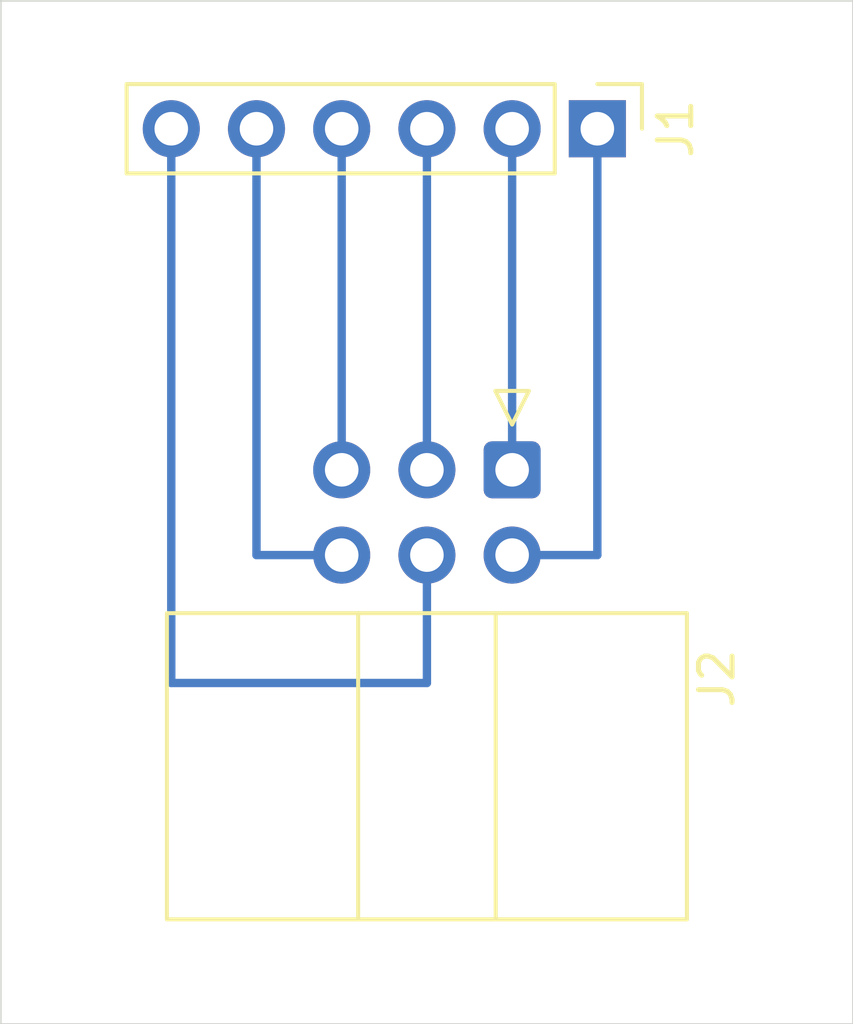
<source format=kicad_pcb>
(kicad_pcb (version 20171130) (host pcbnew 5.1.9)

  (general
    (thickness 1.6)
    (drawings 6)
    (tracks 10)
    (zones 0)
    (modules 2)
    (nets 7)
  )

  (page A4)
  (layers
    (0 F.Cu signal)
    (31 B.Cu signal)
    (32 B.Adhes user)
    (33 F.Adhes user)
    (34 B.Paste user)
    (35 F.Paste user)
    (36 B.SilkS user)
    (37 F.SilkS user hide)
    (38 B.Mask user)
    (39 F.Mask user)
    (40 Dwgs.User user)
    (41 Cmts.User user)
    (42 Eco1.User user)
    (43 Eco2.User user)
    (44 Edge.Cuts user)
    (45 Margin user)
    (46 B.CrtYd user)
    (47 F.CrtYd user)
    (48 B.Fab user)
    (49 F.Fab user)
  )

  (setup
    (last_trace_width 0.25)
    (trace_clearance 0.2)
    (zone_clearance 0.508)
    (zone_45_only no)
    (trace_min 0.2)
    (via_size 0.8)
    (via_drill 0.4)
    (via_min_size 0.4)
    (via_min_drill 0.3)
    (uvia_size 0.3)
    (uvia_drill 0.1)
    (uvias_allowed no)
    (uvia_min_size 0.2)
    (uvia_min_drill 0.1)
    (edge_width 0.05)
    (segment_width 0.2)
    (pcb_text_width 0.3)
    (pcb_text_size 1.5 1.5)
    (mod_edge_width 0.12)
    (mod_text_size 1 1)
    (mod_text_width 0.15)
    (pad_size 1.524 1.524)
    (pad_drill 0.762)
    (pad_to_mask_clearance 0)
    (aux_axis_origin 0 0)
    (visible_elements FFFFFF7F)
    (pcbplotparams
      (layerselection 0x010fc_ffffffff)
      (usegerberextensions false)
      (usegerberattributes true)
      (usegerberadvancedattributes true)
      (creategerberjobfile true)
      (excludeedgelayer true)
      (linewidth 0.100000)
      (plotframeref false)
      (viasonmask false)
      (mode 1)
      (useauxorigin false)
      (hpglpennumber 1)
      (hpglpenspeed 20)
      (hpglpendiameter 15.000000)
      (psnegative false)
      (psa4output false)
      (plotreference true)
      (plotvalue true)
      (plotinvisibletext false)
      (padsonsilk false)
      (subtractmaskfromsilk false)
      (outputformat 1)
      (mirror false)
      (drillshape 1)
      (scaleselection 1)
      (outputdirectory ""))
  )

  (net 0 "")
  (net 1 "Net-(J1-Pad1)")
  (net 2 "Net-(J1-Pad2)")
  (net 3 "Net-(J1-Pad3)")
  (net 4 "Net-(J1-Pad4)")
  (net 5 "Net-(J1-Pad5)")
  (net 6 "Net-(J1-Pad6)")

  (net_class Default "This is the default net class."
    (clearance 0.2)
    (trace_width 0.25)
    (via_dia 0.8)
    (via_drill 0.4)
    (uvia_dia 0.3)
    (uvia_drill 0.1)
    (add_net "Net-(J1-Pad1)")
    (add_net "Net-(J1-Pad2)")
    (add_net "Net-(J1-Pad3)")
    (add_net "Net-(J1-Pad4)")
    (add_net "Net-(J1-Pad5)")
    (add_net "Net-(J1-Pad6)")
  )

  (module Connectors_PinHeader_2.54mm:PinHeader_1x06_P2.54mm_Vertical (layer F.Cu) (tedit 59FED5CC) (tstamp 608349FC)
    (at 137.16 109.22 270)
    (descr "Through hole straight pin header, 1x06, 2.54mm pitch, single row")
    (tags "Through hole pin header THT 1x06 2.54mm single row")
    (path /608351A1)
    (fp_text reference J1 (at 0 -2.33 90) (layer F.SilkS)
      (effects (font (size 1 1) (thickness 0.15)))
    )
    (fp_text value Conn_01x06_Male (at 0 15.03 90) (layer F.Fab) hide
      (effects (font (size 1 1) (thickness 0.15)))
    )
    (fp_line (start -0.635 -1.27) (end 1.27 -1.27) (layer F.Fab) (width 0.1))
    (fp_line (start 1.27 -1.27) (end 1.27 13.97) (layer F.Fab) (width 0.1))
    (fp_line (start 1.27 13.97) (end -1.27 13.97) (layer F.Fab) (width 0.1))
    (fp_line (start -1.27 13.97) (end -1.27 -0.635) (layer F.Fab) (width 0.1))
    (fp_line (start -1.27 -0.635) (end -0.635 -1.27) (layer F.Fab) (width 0.1))
    (fp_line (start -1.33 14.03) (end 1.33 14.03) (layer F.SilkS) (width 0.12))
    (fp_line (start -1.33 1.27) (end -1.33 14.03) (layer F.SilkS) (width 0.12))
    (fp_line (start 1.33 1.27) (end 1.33 14.03) (layer F.SilkS) (width 0.12))
    (fp_line (start -1.33 1.27) (end 1.33 1.27) (layer F.SilkS) (width 0.12))
    (fp_line (start -1.33 0) (end -1.33 -1.33) (layer F.SilkS) (width 0.12))
    (fp_line (start -1.33 -1.33) (end 0 -1.33) (layer F.SilkS) (width 0.12))
    (fp_line (start -1.8 -1.8) (end -1.8 14.5) (layer F.CrtYd) (width 0.05))
    (fp_line (start -1.8 14.5) (end 1.8 14.5) (layer F.CrtYd) (width 0.05))
    (fp_line (start 1.8 14.5) (end 1.8 -1.8) (layer F.CrtYd) (width 0.05))
    (fp_line (start 1.8 -1.8) (end -1.8 -1.8) (layer F.CrtYd) (width 0.05))
    (fp_text user %R (at 0 6.35) (layer F.Fab)
      (effects (font (size 1 1) (thickness 0.15)))
    )
    (pad 1 thru_hole rect (at 0 0 270) (size 1.7 1.7) (drill 1) (layers *.Cu *.Mask)
      (net 1 "Net-(J1-Pad1)"))
    (pad 2 thru_hole oval (at 0 2.54 270) (size 1.7 1.7) (drill 1) (layers *.Cu *.Mask)
      (net 2 "Net-(J1-Pad2)"))
    (pad 3 thru_hole oval (at 0 5.08 270) (size 1.7 1.7) (drill 1) (layers *.Cu *.Mask)
      (net 3 "Net-(J1-Pad3)"))
    (pad 4 thru_hole oval (at 0 7.62 270) (size 1.7 1.7) (drill 1) (layers *.Cu *.Mask)
      (net 4 "Net-(J1-Pad4)"))
    (pad 5 thru_hole oval (at 0 10.16 270) (size 1.7 1.7) (drill 1) (layers *.Cu *.Mask)
      (net 5 "Net-(J1-Pad5)"))
    (pad 6 thru_hole oval (at 0 12.7 270) (size 1.7 1.7) (drill 1) (layers *.Cu *.Mask)
      (net 6 "Net-(J1-Pad6)"))
    (model ${KISYS3DMOD}/Connector_PinHeader_2.54mm.3dshapes/PinHeader_1x06_P2.54mm_Vertical.wrl
      (at (xyz 0 0 0))
      (scale (xyz 1 1 1))
      (rotate (xyz 0 0 0))
    )
  )

  (module Connectors_IDC:IDC-Header_2x03_P2.54mm_Horizontal (layer F.Cu) (tedit 5EAC9A08) (tstamp 60834C35)
    (at 134.62 119.38 270)
    (descr "Through hole IDC box header, 2x03, 2.54mm pitch, DIN 41651 / IEC 60603-13, double rows, https://docs.google.com/spreadsheets/d/16SsEcesNF15N3Lb4niX7dcUr-NY5_MFPQhobNuNppn4/edit#gid=0")
    (tags "Through hole horizontal IDC box header THT 2x03 2.54mm double row")
    (path /60834181)
    (fp_text reference J2 (at 6.215 -6.1 90) (layer F.SilkS)
      (effects (font (size 1 1) (thickness 0.15)))
    )
    (fp_text value Conn_02x03_Top_Bottom (at 6.215 11.18 90) (layer F.Fab) hide
      (effects (font (size 1 1) (thickness 0.15)))
    )
    (fp_line (start 13.78 -5.6) (end -1.35 -5.6) (layer F.CrtYd) (width 0.05))
    (fp_line (start 13.78 10.69) (end 13.78 -5.6) (layer F.CrtYd) (width 0.05))
    (fp_line (start -1.35 10.69) (end 13.78 10.69) (layer F.CrtYd) (width 0.05))
    (fp_line (start -1.35 -5.6) (end -1.35 10.69) (layer F.CrtYd) (width 0.05))
    (fp_line (start -2.35 0.5) (end -1.35 0) (layer F.SilkS) (width 0.12))
    (fp_line (start -2.35 -0.5) (end -2.35 0.5) (layer F.SilkS) (width 0.12))
    (fp_line (start -1.35 0) (end -2.35 -0.5) (layer F.SilkS) (width 0.12))
    (fp_line (start 4.27 10.29) (end 4.27 -5.21) (layer F.SilkS) (width 0.12))
    (fp_line (start 13.39 10.29) (end 4.27 10.29) (layer F.SilkS) (width 0.12))
    (fp_line (start 13.39 -5.21) (end 13.39 10.29) (layer F.SilkS) (width 0.12))
    (fp_line (start 4.27 -5.21) (end 13.39 -5.21) (layer F.SilkS) (width 0.12))
    (fp_line (start 4.38 10.18) (end 4.38 -4.1) (layer F.Fab) (width 0.1))
    (fp_line (start 13.28 10.18) (end 4.38 10.18) (layer F.Fab) (width 0.1))
    (fp_line (start 13.28 -5.1) (end 13.28 10.18) (layer F.Fab) (width 0.1))
    (fp_line (start 5.38 -5.1) (end 13.28 -5.1) (layer F.Fab) (width 0.1))
    (fp_line (start -0.32 5.4) (end 4.38 5.4) (layer F.Fab) (width 0.1))
    (fp_line (start -0.32 4.76) (end -0.32 5.4) (layer F.Fab) (width 0.1))
    (fp_line (start 4.38 4.76) (end -0.32 4.76) (layer F.Fab) (width 0.1))
    (fp_line (start -0.32 2.86) (end 4.38 2.86) (layer F.Fab) (width 0.1))
    (fp_line (start -0.32 2.22) (end -0.32 2.86) (layer F.Fab) (width 0.1))
    (fp_line (start 4.38 2.22) (end -0.32 2.22) (layer F.Fab) (width 0.1))
    (fp_line (start -0.32 0.32) (end 4.38 0.32) (layer F.Fab) (width 0.1))
    (fp_line (start -0.32 -0.32) (end -0.32 0.32) (layer F.Fab) (width 0.1))
    (fp_line (start 4.38 -0.32) (end -0.32 -0.32) (layer F.Fab) (width 0.1))
    (fp_line (start 4.27 4.59) (end 13.39 4.59) (layer F.SilkS) (width 0.12))
    (fp_line (start 4.27 0.49) (end 13.39 0.49) (layer F.SilkS) (width 0.12))
    (fp_line (start 4.38 4.59) (end 13.28 4.59) (layer F.Fab) (width 0.1))
    (fp_line (start 4.38 0.49) (end 13.28 0.49) (layer F.Fab) (width 0.1))
    (fp_line (start 4.38 -4.1) (end 5.38 -5.1) (layer F.Fab) (width 0.1))
    (fp_text user %R (at 8.83 2.54) (layer F.Fab)
      (effects (font (size 1 1) (thickness 0.15)))
    )
    (pad 1 thru_hole roundrect (at 0 0 270) (size 1.7 1.7) (drill 1) (layers *.Cu *.Mask) (roundrect_rratio 0.147059)
      (net 2 "Net-(J1-Pad2)"))
    (pad 3 thru_hole circle (at 0 2.54 270) (size 1.7 1.7) (drill 1) (layers *.Cu *.Mask)
      (net 3 "Net-(J1-Pad3)"))
    (pad 5 thru_hole circle (at 0 5.08 270) (size 1.7 1.7) (drill 1) (layers *.Cu *.Mask)
      (net 4 "Net-(J1-Pad4)"))
    (pad 2 thru_hole circle (at 2.54 0 270) (size 1.7 1.7) (drill 1) (layers *.Cu *.Mask)
      (net 1 "Net-(J1-Pad1)"))
    (pad 4 thru_hole circle (at 2.54 2.54 270) (size 1.7 1.7) (drill 1) (layers *.Cu *.Mask)
      (net 6 "Net-(J1-Pad6)"))
    (pad 6 thru_hole circle (at 2.54 5.08 270) (size 1.7 1.7) (drill 1) (layers *.Cu *.Mask)
      (net 5 "Net-(J1-Pad5)"))
    (model ${KISYS3DMOD}/Connector_IDC.3dshapes/IDC-Header_2x03_P2.54mm_Horizontal.wrl
      (at (xyz 0 0 0))
      (scale (xyz 1 1 1))
      (rotate (xyz 0 0 0))
    )
  )

  (gr_text 1 (at 139.7 107.95) (layer F.Fab)
    (effects (font (size 1 1) (thickness 0.15)))
  )
  (gr_line (start 119.38 135.89) (end 119.38 105.41) (layer Edge.Cuts) (width 0.05) (tstamp 60834DA8))
  (gr_line (start 120.65 135.89) (end 119.38 135.89) (layer Edge.Cuts) (width 0.05))
  (gr_line (start 144.78 135.89) (end 120.65 135.89) (layer Edge.Cuts) (width 0.05))
  (gr_line (start 144.78 105.41) (end 144.78 135.89) (layer Edge.Cuts) (width 0.05))
  (gr_line (start 119.38 105.41) (end 144.78 105.41) (layer Edge.Cuts) (width 0.05))

  (segment (start 137.16 109.22) (end 137.16 121.92) (width 0.25) (layer B.Cu) (net 1))
  (segment (start 137.16 121.92) (end 134.62 121.92) (width 0.25) (layer B.Cu) (net 1))
  (segment (start 134.62 109.22) (end 134.62 119.38) (width 0.25) (layer B.Cu) (net 2))
  (segment (start 132.08 109.22) (end 132.08 119.38) (width 0.25) (layer B.Cu) (net 3))
  (segment (start 129.54 109.22) (end 129.54 119.38) (width 0.25) (layer B.Cu) (net 4))
  (segment (start 127 109.22) (end 127 121.92) (width 0.25) (layer B.Cu) (net 5))
  (segment (start 127 121.92) (end 129.54 121.92) (width 0.25) (layer B.Cu) (net 5))
  (segment (start 132.08 121.92) (end 132.08 125.73) (width 0.25) (layer B.Cu) (net 6))
  (segment (start 132.08 125.73) (end 124.46 125.73) (width 0.25) (layer B.Cu) (net 6))
  (segment (start 124.46 125.73) (end 124.46 109.22) (width 0.25) (layer B.Cu) (net 6))

)

</source>
